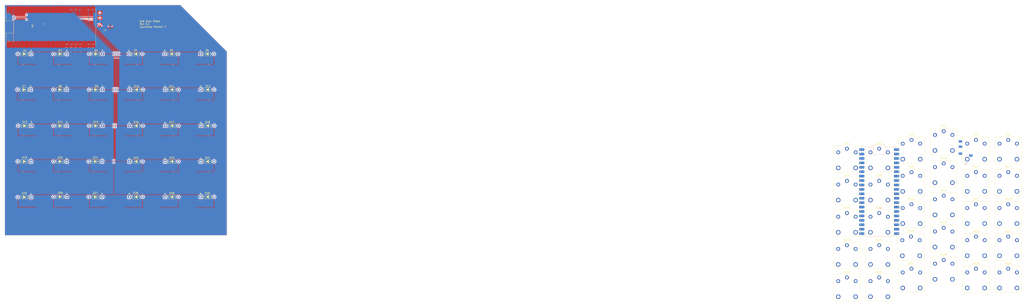
<source format=kicad_pcb>
(kicad_pcb
	(version 20241229)
	(generator "pcbnew")
	(generator_version "9.0")
	(general
		(thickness 1.6)
		(legacy_teardrops no)
	)
	(paper "A4")
	(layers
		(0 "F.Cu" signal)
		(2 "B.Cu" signal)
		(9 "F.Adhes" user "F.Adhesive")
		(11 "B.Adhes" user "B.Adhesive")
		(13 "F.Paste" user)
		(15 "B.Paste" user)
		(5 "F.SilkS" user "F.Silkscreen")
		(7 "B.SilkS" user "B.Silkscreen")
		(1 "F.Mask" user)
		(3 "B.Mask" user)
		(17 "Dwgs.User" user "User.Drawings")
		(19 "Cmts.User" user "User.Comments")
		(21 "Eco1.User" user "User.Eco1")
		(23 "Eco2.User" user "User.Eco2")
		(25 "Edge.Cuts" user)
		(27 "Margin" user)
		(31 "F.CrtYd" user "F.Courtyard")
		(29 "B.CrtYd" user "B.Courtyard")
		(35 "F.Fab" user)
		(33 "B.Fab" user)
		(39 "User.1" user)
		(41 "User.2" user)
		(43 "User.3" user)
		(45 "User.4" user)
	)
	(setup
		(pad_to_mask_clearance 0)
		(allow_soldermask_bridges_in_footprints no)
		(tenting front back)
		(pcbplotparams
			(layerselection 0x00000000_00000000_55555555_5755f5ff)
			(plot_on_all_layers_selection 0x00000000_00000000_00000000_00000000)
			(disableapertmacros no)
			(usegerberextensions no)
			(usegerberattributes yes)
			(usegerberadvancedattributes yes)
			(creategerberjobfile yes)
			(dashed_line_dash_ratio 12.000000)
			(dashed_line_gap_ratio 3.000000)
			(svgprecision 4)
			(plotframeref no)
			(mode 1)
			(useauxorigin no)
			(hpglpennumber 1)
			(hpglpenspeed 20)
			(hpglpendiameter 15.000000)
			(pdf_front_fp_property_popups yes)
			(pdf_back_fp_property_popups yes)
			(pdf_metadata yes)
			(pdf_single_document no)
			(dxfpolygonmode yes)
			(dxfimperialunits yes)
			(dxfusepcbnewfont yes)
			(psnegative no)
			(psa4output no)
			(plot_black_and_white yes)
			(sketchpadsonfab no)
			(plotpadnumbers no)
			(hidednponfab no)
			(sketchdnponfab yes)
			(crossoutdnponfab yes)
			(subtractmaskfromsilk no)
			(outputformat 1)
			(mirror no)
			(drillshape 0)
			(scaleselection 1)
			(outputdirectory "gerbers/")
		)
	)
	(net 0 "")
	(net 1 "col3")
	(net 2 "unconnected-(A1-~{3V3_EN}-Pad37)")
	(net 3 "unconnected-(A1-ADC2{slash}GP28-Pad34)")
	(net 4 "row0")
	(net 5 "unconnected-(A1-ADC_VREF-Pad35)")
	(net 6 "unconnected-(A1-VSYS-Pad39)")
	(net 7 "unconnected-(A1-GP22-Pad29)")
	(net 8 "unconnected-(A1-GND-Pad8)")
	(net 9 "unconnected-(A1-GP5-Pad7)")
	(net 10 "row3")
	(net 11 "unconnected-(A1-GND-Pad18)")
	(net 12 "unconnected-(A1-GND-Pad13)")
	(net 13 "row2")
	(net 14 "col1")
	(net 15 "unconnected-(A1-ADC0{slash}GP26-Pad31)")
	(net 16 "row4")
	(net 17 "col5")
	(net 18 "unconnected-(A1-RUN-Pad30)")
	(net 19 "unconnected-(A1-GP9-Pad12)")
	(net 20 "unconnected-(A1-GND-Pad23)")
	(net 21 "unconnected-(A1-GND-Pad28)")
	(net 22 "unconnected-(A1-ADC1{slash}GP27-Pad32)")
	(net 23 "unconnected-(A1-GP8-Pad11)")
	(net 24 "unconnected-(A1-GND-Pad3)")
	(net 25 "col4")
	(net 26 "unconnected-(A1-GND-Pad33)")
	(net 27 "row1")
	(net 28 "col0")
	(net 29 "col2")
	(net 30 "Net-(D1-A)")
	(net 31 "Net-(D2-A)")
	(net 32 "Net-(D3-A)")
	(net 33 "Net-(D4-A)")
	(net 34 "Net-(D5-A)")
	(net 35 "Net-(D6-A)")
	(net 36 "Net-(D7-A)")
	(net 37 "Net-(D8-A)")
	(net 38 "Net-(D9-A)")
	(net 39 "Net-(D10-A)")
	(net 40 "Net-(D11-A)")
	(net 41 "Net-(D12-A)")
	(net 42 "Net-(D13-A)")
	(net 43 "Net-(D14-A)")
	(net 44 "Net-(D15-A)")
	(net 45 "Net-(D16-A)")
	(net 46 "Net-(D17-A)")
	(net 47 "Net-(D18-A)")
	(net 48 "Net-(D19-A)")
	(net 49 "Net-(D20-A)")
	(net 50 "Net-(D21-A)")
	(net 51 "Net-(D22-A)")
	(net 52 "Net-(D23-A)")
	(net 53 "Net-(D24-A)")
	(net 54 "Net-(D25-A)")
	(net 55 "Net-(D26-A)")
	(net 56 "Net-(D27-A)")
	(net 57 "Net-(D28-A)")
	(net 58 "Net-(D29-A)")
	(net 59 "Net-(D30-A)")
	(net 60 "unconnected-(A1-GP3-Pad5)")
	(net 61 "unconnected-(A1-GP21-Pad27)")
	(net 62 "unconnected-(A1-GP7-Pad10)")
	(net 63 "unconnected-(A1-GP6-Pad9)")
	(net 64 "unconnected-(A1-GP2-Pad4)")
	(net 65 "unconnected-(A1-GP4-Pad6)")
	(net 66 "3v31")
	(net 67 "tx1")
	(net 68 "rx1")
	(net 69 "gnd1")
	(net 70 "unconnected-(A2-RUN-Pad30)")
	(net 71 "unconnected-(A2-GND-Pad3)")
	(net 72 "unconnected-(A2-GND-Pad13)")
	(net 73 "unconnected-(A2-GND-Pad28)")
	(net 74 "unconnected-(A2-GP2-Pad4)")
	(net 75 "unconnected-(A2-ADC1{slash}GP27-Pad32)")
	(net 76 "unconnected-(A2-GND-Pad8)")
	(net 77 "unconnected-(A2-ADC2{slash}GP28-Pad34)")
	(net 78 "unconnected-(A2-GP8-Pad11)")
	(net 79 "unconnected-(A2-GP3-Pad5)")
	(net 80 "unconnected-(A2-GP22-Pad29)")
	(net 81 "unconnected-(A2-VBUS-Pad40)")
	(net 82 "unconnected-(A2-GP10-Pad14)")
	(net 83 "unconnected-(A2-GND-Pad33)")
	(net 84 "unconnected-(A2-GND-Pad23)")
	(net 85 "unconnected-(A2-GP4-Pad6)")
	(net 86 "unconnected-(A2-GP6-Pad9)")
	(net 87 "unconnected-(A2-ADC0{slash}GP26-Pad31)")
	(net 88 "unconnected-(A2-~{3V3_EN}-Pad37)")
	(net 89 "unconnected-(A2-GND-Pad18)")
	(net 90 "unconnected-(A2-GP9-Pad12)")
	(net 91 "unconnected-(A2-GP7-Pad10)")
	(net 92 "unconnected-(A2-ADC_VREF-Pad35)")
	(net 93 "unconnected-(A2-3V3(OUT)-Pad36)")
	(net 94 "unconnected-(A2-GP5-Pad7)")
	(net 95 "unconnected-(A1-3V3(OUT)-Pad36)")
	(footprint "footprints:SW_Kailh_Choc_V2_1.00u_double-sided" (layer "F.Cu") (at 87.5 110.85))
	(footprint "PCM_Diode_THT_AKL:D_DO-35_SOD27_P7.62mm_Horizontal" (layer "F.Cu") (at -324 36.3))
	(footprint "footprints:SW_Kailh_Choc_V2_1.00u_double-sided" (layer "F.Cu") (at 106 129.35))
	(footprint "footprints:SW_Kailh_Choc_V2_1.00u_double-sided" (layer "F.Cu") (at 180 50.35))
	(footprint "PCM_Diode_THT_AKL:D_DO-35_SOD27_P7.62mm_Horizontal" (layer "F.Cu") (at -360 15.55 180))
	(footprint "footprints:SW_Kailh_Choc_V2_1.00u_double-sided" (layer "F.Cu") (at 124.5 124.35))
	(footprint "PCM_Diode_THT_AKL:D_DO-35_SOD27_P7.62mm_Horizontal" (layer "F.Cu") (at -303.5 15.55))
	(footprint "PCM_Diode_THT_AKL:D_DO-35_SOD27_P7.62mm_Horizontal" (layer "F.Cu") (at -339.5 15.55 180))
	(footprint "PCM_Diode_THT_AKL:D_DO-35_SOD27_P7.62mm_Horizontal" (layer "F.Cu") (at -359.94 56.8 180))
	(footprint "PCM_Diode_THT_AKL:D_DO-35_SOD27_P7.62mm_Horizontal" (layer "F.Cu") (at -380.63 15.55 180))
	(footprint "footprints:raspberry_pi_pico_SMD" (layer "F.Cu") (at -369 -20.45 90))
	(footprint "PCM_Diode_THT_AKL:D_DO-35_SOD27_P7.62mm_Horizontal" (layer "F.Cu") (at -303.56 77.15))
	(footprint "footprints:SW_Kailh_Choc_V2_1.00u_double-sided" (layer "F.Cu") (at 180 124.35))
	(footprint "PCM_Diode_THT_AKL:D_DO-35_SOD27_P7.62mm_Horizontal" (layer "F.Cu") (at -380.44 56.8 180))
	(footprint "PCM_Diode_THT_AKL:D_DO-35_SOD27_P7.62mm_Horizontal" (layer "F.Cu") (at -339.44 -4.95 180))
	(footprint "footprints:SW_Kailh_Choc_V2_1.00u_double-sided" (layer "F.Cu") (at 161.5 50.35))
	(footprint "footprints:SW_Kailh_Choc_V2_1.00u_double-sided" (layer "F.Cu") (at 180 87.35))
	(footprint "footprints:raspberry_pi_pico_SMD_Reversed" (layer "F.Cu") (at 105.987595 74.123813))
	(footprint "footprints:SW_Kailh_Choc_V2_1.00u_double-sided" (layer "F.Cu") (at 161.5 87.35))
	(footprint "footprints:SW_Kailh_Choc_V2_1.00u_double-sided" (layer "F.Cu") (at 143 82.35))
	(footprint "footprints:SW_Kailh_Choc_V2_1.00u_double-sided" (layer "F.Cu") (at 124.5 87.35))
	(footprint "footprints:SW_Kailh_Choc_V2_1.00u_double-sided" (layer "F.Cu") (at 87.5 55.35))
	(footprint "footprints:SW_Kailh_Choc_V2_1.00u_double-sided" (layer "F.Cu") (at 106 110.85))
	(footprint "PCM_Diode_THT_AKL:D_DO-35_SOD27_P7.62mm_Horizontal" (layer "F.Cu") (at -323.87 15.55))
	(footprint "PCM_Diode_THT_AKL:D_DO-35_SOD27_P7.62mm_Horizontal" (layer "F.Cu") (at -324.06 77.15))
	(footprint "footprints:SW_Kailh_Choc_V2_1.00u_double-sided" (layer "F.Cu") (at 180 68.85))
	(footprint "PCM_Diode_THT_AKL:D_DO-35_SOD27_P7.62mm_Horizontal"
		(layer "F.Cu")
		(uuid "8780c5f2-f324-4842-bbd4-5e58ff287038")
		(at -324.06 56.8)
		(descr "Diode, DO-35_SOD27 series, Axial, Horizontal, pin pitch=7.62mm, , length*diameter=4*2mm^2, , http://www.diodes.com/_files/packages/DO-35.pdf, Alternate KiCad Library")
		(tags "Diode DO-35_SOD27 series Axial Horizontal pin pitch 7.62mm  length 4mm diameter 2mm")
		(property "Reference" "D22"
			(at 3.81 -2.12 0)
			(layer "F.SilkS")
			(uuid "ef505a7f-884f-478e-be23-c3fac737790e")
			(effects
				(font
					(size 1 1)
					(thickness 0.15)
				)
			)
		)
		(property "Value" "1N4148"
			(at 3.81 2.12 0)
			(layer "F.Fab")
			(hide yes)
			(uuid "ae56d117-5c77-445a-9f44-07b70b9b5367")
			(effects
				(font
					(size 1 1)
					(thickness 0.15)
				)
			)
		)
		(property "Datasheet" "https://datasheet.octopart.com/1N4148TR-ON-Semiconductor-datasheet-42765246.pdf"
			(at 0 0 0)
			(layer "F.Fab")
			(hide yes)
			(uuid "a55551c9-2e13-44f2-b378-60b57aa3119e")
			(effects
				(font
					(size 1.27 1.27)
					(thickness 0.15)
				)
			)
		)
		(property "Description" "DO-35 Diode, Small Signal, Fast Switching, 75V, 150mA, 4ns, Alternate KiCad Library"
			(at 0 0 0)
			(layer "F.Fab")
			(hide yes)
			(uuid "dcd9a2d5-15c5-414d-ab40-45a27fc8b82c")
			(effects
				(font
					(size 1.27 1.27)
					(thickness 0.15)
				)
			)
		)
		(property ki_fp_filters "TO-???* *_Diode_* *SingleDiode* D_*")
		(path "/63169afd-aa5d-4250-97e4-4d2cc00e12b1")
		(sheetname "/")
		(sheetfile "5x6.kicad_sch")
		(attr through_hole)
		(fp_line
			(start 1.04 0)
			(end 1.69 0)
			(stroke
				(width 0.12)
				(type solid)
			)
			(layer "F.SilkS")
			(uuid "820a8a8c-730a-4d76-b67a-5f13df4c96d9")
		)
		(fp_line
			(start 1.651 0)
			(end 3.048 0)
			(stroke
				(width 0.12)
				(type solid)
			)
			(layer "F.SilkS")
			(uuid "21ec6344-1413-464d-88b1-737d60c6b7c2")
		)
		(fp_line
			(start 1.69 -1.12)
			(end 1.69 1.12)
			(stroke
				(width 0.12)
				(type solid)
			)
			(layer "F.SilkS")
			(uuid "748ce14b-0ac4-4043-8e72-12337ea3b1fc")
		)
		(fp_line
			(start 1.69 1.12)
			(end 5.93 1.12)
			(stroke
				(width 0.12)
				(type solid)
			)
			(layer "F.SilkS")
			(uuid "e8d462c7-d632-461a-8af2-1e3b607d505e")
		)
		(fp_line
			(start 3.048 -0.889)
			(end 3.048 0.889)
			(stroke
				(width 0.12)
				(type solid)
			)
			(layer "F.SilkS")
			(uuid "b3782cfa-7b1a-466c-9661-86bc40afd96a")
		)
		(fp_line
			(start 5.93 -1.12)
			(end 1.69 -1.12)
			(stroke
				(width 0.12)
				(type solid)
			)
			(layer "F.SilkS")
			(uuid "0e136f00-ca65-4f7c-aa8e-b561c6fbd6b7")
		)
		(fp_line
			(start 5.93 0)
			(end 4.6355 0)
			(stroke
				(width 0.12)
				(type solid)
			)
			(layer "F.SilkS")
			(uuid "c9fcb551-321f-4f8b-bcd3-01685e66ceb8")
		)
		(fp_line
			(start 5.93 1.12)
			(end 5.93 -1.12)
			(stroke
				(width 0.12)
				(type
... [653359 chars truncated]
</source>
